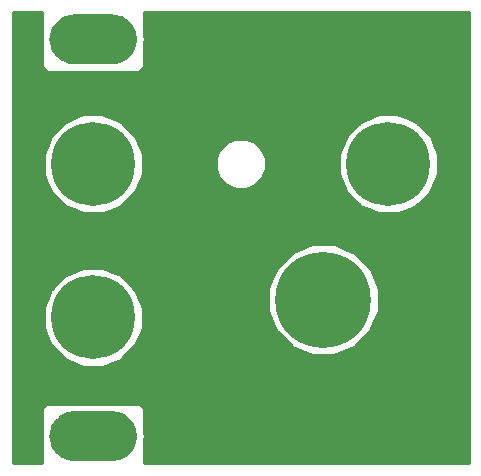
<source format=gbr>
G04 #@! TF.GenerationSoftware,KiCad,Pcbnew,(5.0.0)*
G04 #@! TF.CreationDate,2018-08-18T23:34:16+02:00*
G04 #@! TF.ProjectId,1u_lpg_panel,31755F6C70675F70616E656C2E6B6963,rev?*
G04 #@! TF.SameCoordinates,Original*
G04 #@! TF.FileFunction,Copper,L2,Bot,Signal*
G04 #@! TF.FilePolarity,Positive*
%FSLAX46Y46*%
G04 Gerber Fmt 4.6, Leading zero omitted, Abs format (unit mm)*
G04 Created by KiCad (PCBNEW (5.0.0)) date 08/18/18 23:34:16*
%MOMM*%
%LPD*%
G01*
G04 APERTURE LIST*
G04 #@! TA.AperFunction,Conductor*
%ADD10C,0.100000*%
G04 #@! TD*
G04 #@! TA.AperFunction,WasherPad*
%ADD11C,4.200000*%
G04 #@! TD*
G04 #@! TA.AperFunction,WasherPad*
%ADD12C,7.100000*%
G04 #@! TD*
G04 #@! TA.AperFunction,WasherPad*
%ADD13C,8.100000*%
G04 #@! TD*
G04 #@! TA.AperFunction,NonConductor*
%ADD14C,0.254000*%
G04 #@! TD*
G04 APERTURE END LIST*
D10*
G04 #@! TO.N,*
G04 #@! TO.C,MH2*
G36*
X9305836Y-34510111D02*
X9509690Y-34540350D01*
X9709598Y-34590424D01*
X9903635Y-34659852D01*
X10089933Y-34747964D01*
X10266697Y-34853913D01*
X10432226Y-34976677D01*
X10584924Y-35115075D01*
X10723322Y-35267773D01*
X10846086Y-35433302D01*
X10952035Y-35610066D01*
X11040147Y-35796364D01*
X11109575Y-35990401D01*
X11159649Y-36190309D01*
X11189888Y-36394163D01*
X11200000Y-36599999D01*
X11200000Y-36600001D01*
X11189888Y-36805837D01*
X11159649Y-37009691D01*
X11109575Y-37209599D01*
X11040147Y-37403636D01*
X10952035Y-37589934D01*
X10846086Y-37766698D01*
X10723322Y-37932227D01*
X10584924Y-38084925D01*
X10432226Y-38223323D01*
X10266697Y-38346087D01*
X10089933Y-38452036D01*
X9903635Y-38540148D01*
X9709598Y-38609576D01*
X9509690Y-38659650D01*
X9305836Y-38689889D01*
X9100000Y-38700001D01*
X5900000Y-38700001D01*
X5694164Y-38689889D01*
X5490310Y-38659650D01*
X5290402Y-38609576D01*
X5096365Y-38540148D01*
X4910067Y-38452036D01*
X4733303Y-38346087D01*
X4567774Y-38223323D01*
X4415076Y-38084925D01*
X4276678Y-37932227D01*
X4153914Y-37766698D01*
X4047965Y-37589934D01*
X3959853Y-37403636D01*
X3890425Y-37209599D01*
X3840351Y-37009691D01*
X3810112Y-36805837D01*
X3800000Y-36600001D01*
X3800000Y-36599999D01*
X3810112Y-36394163D01*
X3840351Y-36190309D01*
X3890425Y-35990401D01*
X3959853Y-35796364D01*
X4047965Y-35610066D01*
X4153914Y-35433302D01*
X4276678Y-35267773D01*
X4415076Y-35115075D01*
X4567774Y-34976677D01*
X4733303Y-34853913D01*
X4910067Y-34747964D01*
X5096365Y-34659852D01*
X5290402Y-34590424D01*
X5490310Y-34540350D01*
X5694164Y-34510111D01*
X5900000Y-34499999D01*
X9100000Y-34499999D01*
X9305836Y-34510111D01*
X9305836Y-34510111D01*
G37*
D11*
G04 #@! TD*
G04 #@! TO.P,MH2,*
G04 #@! TO.N,*
X7500000Y-36600000D03*
D10*
G04 #@! TO.N,*
G04 #@! TO.C,MH1*
G36*
X9305836Y-910111D02*
X9509690Y-940350D01*
X9709598Y-990424D01*
X9903635Y-1059852D01*
X10089933Y-1147964D01*
X10266697Y-1253913D01*
X10432226Y-1376677D01*
X10584924Y-1515075D01*
X10723322Y-1667773D01*
X10846086Y-1833302D01*
X10952035Y-2010066D01*
X11040147Y-2196364D01*
X11109575Y-2390401D01*
X11159649Y-2590309D01*
X11189888Y-2794163D01*
X11200000Y-2999999D01*
X11200000Y-3000001D01*
X11189888Y-3205837D01*
X11159649Y-3409691D01*
X11109575Y-3609599D01*
X11040147Y-3803636D01*
X10952035Y-3989934D01*
X10846086Y-4166698D01*
X10723322Y-4332227D01*
X10584924Y-4484925D01*
X10432226Y-4623323D01*
X10266697Y-4746087D01*
X10089933Y-4852036D01*
X9903635Y-4940148D01*
X9709598Y-5009576D01*
X9509690Y-5059650D01*
X9305836Y-5089889D01*
X9100000Y-5100001D01*
X5900000Y-5100001D01*
X5694164Y-5089889D01*
X5490310Y-5059650D01*
X5290402Y-5009576D01*
X5096365Y-4940148D01*
X4910067Y-4852036D01*
X4733303Y-4746087D01*
X4567774Y-4623323D01*
X4415076Y-4484925D01*
X4276678Y-4332227D01*
X4153914Y-4166698D01*
X4047965Y-3989934D01*
X3959853Y-3803636D01*
X3890425Y-3609599D01*
X3840351Y-3409691D01*
X3810112Y-3205837D01*
X3800000Y-3000001D01*
X3800000Y-2999999D01*
X3810112Y-2794163D01*
X3840351Y-2590309D01*
X3890425Y-2390401D01*
X3959853Y-2196364D01*
X4047965Y-2010066D01*
X4153914Y-1833302D01*
X4276678Y-1667773D01*
X4415076Y-1515075D01*
X4567774Y-1376677D01*
X4733303Y-1253913D01*
X4910067Y-1147964D01*
X5096365Y-1059852D01*
X5290402Y-990424D01*
X5490310Y-940350D01*
X5694164Y-910111D01*
X5900000Y-899999D01*
X9100000Y-899999D01*
X9305836Y-910111D01*
X9305836Y-910111D01*
G37*
D11*
G04 #@! TD*
G04 #@! TO.P,MH1,*
G04 #@! TO.N,*
X7500000Y-3000000D03*
D12*
G04 #@! TO.P,MH3,*
G04 #@! TO.N,*
X7500000Y-13550000D03*
G04 #@! TD*
G04 #@! TO.P,MH4,*
G04 #@! TO.N,*
X7500000Y-26550000D03*
G04 #@! TD*
G04 #@! TO.P,MH5,*
G04 #@! TO.N,*
X32500000Y-13550000D03*
G04 #@! TD*
D13*
G04 #@! TO.P,MH6,*
G04 #@! TO.N,*
X27000000Y-25050000D03*
G04 #@! TD*
D14*
G36*
X3165000Y-773690D02*
X3165000Y-2714250D01*
X3202033Y-2751283D01*
X3152560Y-2999999D01*
X3152560Y-3000001D01*
X3202033Y-3248717D01*
X3165000Y-3285750D01*
X3165000Y-5226310D01*
X3261673Y-5459699D01*
X3440302Y-5638327D01*
X3673691Y-5735000D01*
X5837455Y-5735000D01*
X5900000Y-5747441D01*
X9100000Y-5747441D01*
X9162545Y-5735000D01*
X11326309Y-5735000D01*
X11559698Y-5638327D01*
X11738327Y-5459699D01*
X11835000Y-5226310D01*
X11835000Y-3285750D01*
X11797967Y-3248717D01*
X11847440Y-3000001D01*
X11847440Y-2999999D01*
X11797967Y-2751283D01*
X11835000Y-2714250D01*
X11835000Y-773690D01*
X11808619Y-710000D01*
X39290000Y-710000D01*
X39290001Y-38890000D01*
X11808619Y-38890000D01*
X11835000Y-38826310D01*
X11835000Y-36885750D01*
X11797967Y-36848717D01*
X11847440Y-36600001D01*
X11847440Y-36599999D01*
X11797967Y-36351283D01*
X11835000Y-36314250D01*
X11835000Y-34373690D01*
X11738327Y-34140301D01*
X11559698Y-33961673D01*
X11326309Y-33865000D01*
X9162545Y-33865000D01*
X9100000Y-33852559D01*
X5900000Y-33852559D01*
X5837455Y-33865000D01*
X3673691Y-33865000D01*
X3440302Y-33961673D01*
X3261673Y-34140301D01*
X3165000Y-34373690D01*
X3165000Y-36314250D01*
X3202033Y-36351283D01*
X3152560Y-36599999D01*
X3152560Y-36600001D01*
X3202033Y-36848717D01*
X3165000Y-36885750D01*
X3165000Y-38826310D01*
X3191381Y-38890000D01*
X710000Y-38890000D01*
X710000Y-27342645D01*
X3307279Y-27342645D01*
X3315000Y-27361798D01*
X3315000Y-27382448D01*
X3625959Y-28133171D01*
X3929763Y-28886793D01*
X3951750Y-28919698D01*
X3952128Y-28920612D01*
X3952827Y-28921311D01*
X3974814Y-28954217D01*
X4022313Y-28990797D01*
X5059203Y-30027687D01*
X5095783Y-30075186D01*
X5114785Y-30083269D01*
X5129388Y-30097872D01*
X5880103Y-30408828D01*
X6627823Y-30726901D01*
X6648473Y-30727097D01*
X6667552Y-30735000D01*
X7480123Y-30735000D01*
X8292645Y-30742721D01*
X8311798Y-30735000D01*
X8332448Y-30735000D01*
X9083171Y-30424041D01*
X9836793Y-30120237D01*
X9869698Y-30098250D01*
X9870612Y-30097872D01*
X9871311Y-30097173D01*
X9904217Y-30075186D01*
X9940797Y-30027687D01*
X10977687Y-28990797D01*
X11025186Y-28954217D01*
X11033269Y-28935215D01*
X11047872Y-28920612D01*
X11358828Y-28169897D01*
X11676901Y-27422177D01*
X11677097Y-27401527D01*
X11685000Y-27382448D01*
X11685000Y-26569877D01*
X11691152Y-25922426D01*
X22303561Y-25922426D01*
X22315000Y-25951064D01*
X22315000Y-25981905D01*
X22660287Y-26815501D01*
X22994919Y-27653266D01*
X23027492Y-27702015D01*
X23028248Y-27703840D01*
X23029645Y-27705237D01*
X23062218Y-27753986D01*
X23145526Y-27821118D01*
X24228882Y-28904474D01*
X24296014Y-28987782D01*
X24324351Y-28999943D01*
X24346160Y-29021752D01*
X25179757Y-29367039D01*
X26008767Y-29722807D01*
X26039602Y-29723198D01*
X26068095Y-29735000D01*
X26970327Y-29735000D01*
X27872426Y-29746439D01*
X27901064Y-29735000D01*
X27931905Y-29735000D01*
X28765501Y-29389713D01*
X29603266Y-29055081D01*
X29652015Y-29022508D01*
X29653840Y-29021752D01*
X29655237Y-29020355D01*
X29703986Y-28987782D01*
X29771118Y-28904474D01*
X30854474Y-27821118D01*
X30937782Y-27753986D01*
X30949943Y-27725649D01*
X30971752Y-27703840D01*
X31317039Y-26870243D01*
X31672807Y-26041233D01*
X31673198Y-26010398D01*
X31685000Y-25981905D01*
X31685000Y-25079673D01*
X31696439Y-24177574D01*
X31685000Y-24148936D01*
X31685000Y-24118095D01*
X31339713Y-23284499D01*
X31005081Y-22446734D01*
X30972508Y-22397985D01*
X30971752Y-22396160D01*
X30970355Y-22394763D01*
X30937782Y-22346014D01*
X30854474Y-22278882D01*
X29771118Y-21195526D01*
X29703986Y-21112218D01*
X29675649Y-21100057D01*
X29653840Y-21078248D01*
X28820243Y-20732961D01*
X27991233Y-20377193D01*
X27960398Y-20376802D01*
X27931905Y-20365000D01*
X27029673Y-20365000D01*
X26127574Y-20353561D01*
X26098936Y-20365000D01*
X26068095Y-20365000D01*
X25234499Y-20710287D01*
X24396734Y-21044919D01*
X24347985Y-21077492D01*
X24346160Y-21078248D01*
X24344763Y-21079645D01*
X24296014Y-21112218D01*
X24228882Y-21195526D01*
X23145526Y-22278882D01*
X23062218Y-22346014D01*
X23050057Y-22374351D01*
X23028248Y-22396160D01*
X22682961Y-23229757D01*
X22327193Y-24058767D01*
X22326802Y-24089602D01*
X22315000Y-24118095D01*
X22315000Y-25020327D01*
X22303561Y-25922426D01*
X11691152Y-25922426D01*
X11692721Y-25757355D01*
X11685000Y-25738202D01*
X11685000Y-25717552D01*
X11374041Y-24966829D01*
X11070237Y-24213207D01*
X11048250Y-24180302D01*
X11047872Y-24179388D01*
X11047173Y-24178689D01*
X11025186Y-24145783D01*
X10977687Y-24109203D01*
X9940797Y-23072313D01*
X9904217Y-23024814D01*
X9885215Y-23016731D01*
X9870612Y-23002128D01*
X9119897Y-22691172D01*
X8372177Y-22373099D01*
X8351527Y-22372903D01*
X8332448Y-22365000D01*
X7519877Y-22365000D01*
X6707355Y-22357279D01*
X6688202Y-22365000D01*
X6667552Y-22365000D01*
X5916829Y-22675959D01*
X5163207Y-22979763D01*
X5130302Y-23001750D01*
X5129388Y-23002128D01*
X5128689Y-23002827D01*
X5095783Y-23024814D01*
X5059203Y-23072313D01*
X4022313Y-24109203D01*
X3974814Y-24145783D01*
X3966731Y-24164785D01*
X3952128Y-24179388D01*
X3641172Y-24930103D01*
X3323099Y-25677823D01*
X3322903Y-25698473D01*
X3315000Y-25717552D01*
X3315000Y-26530123D01*
X3307279Y-27342645D01*
X710000Y-27342645D01*
X710000Y-14342645D01*
X3307279Y-14342645D01*
X3315000Y-14361798D01*
X3315000Y-14382448D01*
X3625959Y-15133171D01*
X3929763Y-15886793D01*
X3951750Y-15919698D01*
X3952128Y-15920612D01*
X3952827Y-15921311D01*
X3974814Y-15954217D01*
X4022313Y-15990797D01*
X5059203Y-17027687D01*
X5095783Y-17075186D01*
X5114785Y-17083269D01*
X5129388Y-17097872D01*
X5880103Y-17408828D01*
X6627823Y-17726901D01*
X6648473Y-17727097D01*
X6667552Y-17735000D01*
X7480123Y-17735000D01*
X8292645Y-17742721D01*
X8311798Y-17735000D01*
X8332448Y-17735000D01*
X9083171Y-17424041D01*
X9836793Y-17120237D01*
X9869698Y-17098250D01*
X9870612Y-17097872D01*
X9871311Y-17097173D01*
X9904217Y-17075186D01*
X9940797Y-17027687D01*
X10977687Y-15990797D01*
X11025186Y-15954217D01*
X11033269Y-15935215D01*
X11047872Y-15920612D01*
X11358828Y-15169897D01*
X11676901Y-14422177D01*
X11677097Y-14401527D01*
X11685000Y-14382448D01*
X11685000Y-13569877D01*
X11688836Y-13166187D01*
X17857277Y-13166187D01*
X17865000Y-13570376D01*
X17865000Y-13974678D01*
X17873099Y-13994230D01*
X17873503Y-14015387D01*
X18167261Y-14724582D01*
X18177811Y-14729870D01*
X18190034Y-14759380D01*
X18790620Y-15359966D01*
X18820130Y-15372189D01*
X18825418Y-15382739D01*
X19201788Y-15530277D01*
X19575322Y-15685000D01*
X19596486Y-15685000D01*
X19616187Y-15692723D01*
X20020376Y-15685000D01*
X20424678Y-15685000D01*
X20444230Y-15676901D01*
X20465387Y-15676497D01*
X21174582Y-15382739D01*
X21179870Y-15372189D01*
X21209380Y-15359966D01*
X21809966Y-14759380D01*
X21822189Y-14729870D01*
X21832739Y-14724582D01*
X21980277Y-14348212D01*
X21982582Y-14342645D01*
X28307279Y-14342645D01*
X28315000Y-14361798D01*
X28315000Y-14382448D01*
X28625959Y-15133171D01*
X28929763Y-15886793D01*
X28951750Y-15919698D01*
X28952128Y-15920612D01*
X28952827Y-15921311D01*
X28974814Y-15954217D01*
X29022313Y-15990797D01*
X30059203Y-17027687D01*
X30095783Y-17075186D01*
X30114785Y-17083269D01*
X30129388Y-17097872D01*
X30880103Y-17408828D01*
X31627823Y-17726901D01*
X31648473Y-17727097D01*
X31667552Y-17735000D01*
X32480123Y-17735000D01*
X33292645Y-17742721D01*
X33311798Y-17735000D01*
X33332448Y-17735000D01*
X34083171Y-17424041D01*
X34836793Y-17120237D01*
X34869698Y-17098250D01*
X34870612Y-17097872D01*
X34871311Y-17097173D01*
X34904217Y-17075186D01*
X34940797Y-17027687D01*
X35977687Y-15990797D01*
X36025186Y-15954217D01*
X36033269Y-15935215D01*
X36047872Y-15920612D01*
X36358828Y-15169897D01*
X36676901Y-14422177D01*
X36677097Y-14401527D01*
X36685000Y-14382448D01*
X36685000Y-13569877D01*
X36692721Y-12757355D01*
X36685000Y-12738202D01*
X36685000Y-12717552D01*
X36374041Y-11966829D01*
X36070237Y-11213207D01*
X36048250Y-11180302D01*
X36047872Y-11179388D01*
X36047173Y-11178689D01*
X36025186Y-11145783D01*
X35977687Y-11109203D01*
X34940797Y-10072313D01*
X34904217Y-10024814D01*
X34885215Y-10016731D01*
X34870612Y-10002128D01*
X34119897Y-9691172D01*
X33372177Y-9373099D01*
X33351527Y-9372903D01*
X33332448Y-9365000D01*
X32519877Y-9365000D01*
X31707355Y-9357279D01*
X31688202Y-9365000D01*
X31667552Y-9365000D01*
X30916829Y-9675959D01*
X30163207Y-9979763D01*
X30130302Y-10001750D01*
X30129388Y-10002128D01*
X30128689Y-10002827D01*
X30095783Y-10024814D01*
X30059203Y-10072313D01*
X29022313Y-11109203D01*
X28974814Y-11145783D01*
X28966731Y-11164785D01*
X28952128Y-11179388D01*
X28641172Y-11930103D01*
X28323099Y-12677823D01*
X28322903Y-12698473D01*
X28315000Y-12717552D01*
X28315000Y-13530123D01*
X28307279Y-14342645D01*
X21982582Y-14342645D01*
X22135000Y-13974678D01*
X22135000Y-13953514D01*
X22142723Y-13933813D01*
X22135000Y-13529624D01*
X22135000Y-13125322D01*
X22126901Y-13105770D01*
X22126497Y-13084613D01*
X21832739Y-12375418D01*
X21822189Y-12370130D01*
X21809966Y-12340620D01*
X21209380Y-11740034D01*
X21179870Y-11727811D01*
X21174582Y-11717261D01*
X20798212Y-11569723D01*
X20424678Y-11415000D01*
X20403514Y-11415000D01*
X20383813Y-11407277D01*
X19979624Y-11415000D01*
X19575322Y-11415000D01*
X19555770Y-11423099D01*
X19534613Y-11423503D01*
X18825418Y-11717261D01*
X18820130Y-11727811D01*
X18790620Y-11740034D01*
X18190034Y-12340620D01*
X18177811Y-12370130D01*
X18167261Y-12375418D01*
X18019723Y-12751788D01*
X17865000Y-13125322D01*
X17865000Y-13146486D01*
X17857277Y-13166187D01*
X11688836Y-13166187D01*
X11692721Y-12757355D01*
X11685000Y-12738202D01*
X11685000Y-12717552D01*
X11374041Y-11966829D01*
X11070237Y-11213207D01*
X11048250Y-11180302D01*
X11047872Y-11179388D01*
X11047173Y-11178689D01*
X11025186Y-11145783D01*
X10977687Y-11109203D01*
X9940797Y-10072313D01*
X9904217Y-10024814D01*
X9885215Y-10016731D01*
X9870612Y-10002128D01*
X9119897Y-9691172D01*
X8372177Y-9373099D01*
X8351527Y-9372903D01*
X8332448Y-9365000D01*
X7519877Y-9365000D01*
X6707355Y-9357279D01*
X6688202Y-9365000D01*
X6667552Y-9365000D01*
X5916829Y-9675959D01*
X5163207Y-9979763D01*
X5130302Y-10001750D01*
X5129388Y-10002128D01*
X5128689Y-10002827D01*
X5095783Y-10024814D01*
X5059203Y-10072313D01*
X4022313Y-11109203D01*
X3974814Y-11145783D01*
X3966731Y-11164785D01*
X3952128Y-11179388D01*
X3641172Y-11930103D01*
X3323099Y-12677823D01*
X3322903Y-12698473D01*
X3315000Y-12717552D01*
X3315000Y-13530123D01*
X3307279Y-14342645D01*
X710000Y-14342645D01*
X710000Y-710000D01*
X3191381Y-710000D01*
X3165000Y-773690D01*
X3165000Y-773690D01*
G37*
X3165000Y-773690D02*
X3165000Y-2714250D01*
X3202033Y-2751283D01*
X3152560Y-2999999D01*
X3152560Y-3000001D01*
X3202033Y-3248717D01*
X3165000Y-3285750D01*
X3165000Y-5226310D01*
X3261673Y-5459699D01*
X3440302Y-5638327D01*
X3673691Y-5735000D01*
X5837455Y-5735000D01*
X5900000Y-5747441D01*
X9100000Y-5747441D01*
X9162545Y-5735000D01*
X11326309Y-5735000D01*
X11559698Y-5638327D01*
X11738327Y-5459699D01*
X11835000Y-5226310D01*
X11835000Y-3285750D01*
X11797967Y-3248717D01*
X11847440Y-3000001D01*
X11847440Y-2999999D01*
X11797967Y-2751283D01*
X11835000Y-2714250D01*
X11835000Y-773690D01*
X11808619Y-710000D01*
X39290000Y-710000D01*
X39290001Y-38890000D01*
X11808619Y-38890000D01*
X11835000Y-38826310D01*
X11835000Y-36885750D01*
X11797967Y-36848717D01*
X11847440Y-36600001D01*
X11847440Y-36599999D01*
X11797967Y-36351283D01*
X11835000Y-36314250D01*
X11835000Y-34373690D01*
X11738327Y-34140301D01*
X11559698Y-33961673D01*
X11326309Y-33865000D01*
X9162545Y-33865000D01*
X9100000Y-33852559D01*
X5900000Y-33852559D01*
X5837455Y-33865000D01*
X3673691Y-33865000D01*
X3440302Y-33961673D01*
X3261673Y-34140301D01*
X3165000Y-34373690D01*
X3165000Y-36314250D01*
X3202033Y-36351283D01*
X3152560Y-36599999D01*
X3152560Y-36600001D01*
X3202033Y-36848717D01*
X3165000Y-36885750D01*
X3165000Y-38826310D01*
X3191381Y-38890000D01*
X710000Y-38890000D01*
X710000Y-27342645D01*
X3307279Y-27342645D01*
X3315000Y-27361798D01*
X3315000Y-27382448D01*
X3625959Y-28133171D01*
X3929763Y-28886793D01*
X3951750Y-28919698D01*
X3952128Y-28920612D01*
X3952827Y-28921311D01*
X3974814Y-28954217D01*
X4022313Y-28990797D01*
X5059203Y-30027687D01*
X5095783Y-30075186D01*
X5114785Y-30083269D01*
X5129388Y-30097872D01*
X5880103Y-30408828D01*
X6627823Y-30726901D01*
X6648473Y-30727097D01*
X6667552Y-30735000D01*
X7480123Y-30735000D01*
X8292645Y-30742721D01*
X8311798Y-30735000D01*
X8332448Y-30735000D01*
X9083171Y-30424041D01*
X9836793Y-30120237D01*
X9869698Y-30098250D01*
X9870612Y-30097872D01*
X9871311Y-30097173D01*
X9904217Y-30075186D01*
X9940797Y-30027687D01*
X10977687Y-28990797D01*
X11025186Y-28954217D01*
X11033269Y-28935215D01*
X11047872Y-28920612D01*
X11358828Y-28169897D01*
X11676901Y-27422177D01*
X11677097Y-27401527D01*
X11685000Y-27382448D01*
X11685000Y-26569877D01*
X11691152Y-25922426D01*
X22303561Y-25922426D01*
X22315000Y-25951064D01*
X22315000Y-25981905D01*
X22660287Y-26815501D01*
X22994919Y-27653266D01*
X23027492Y-27702015D01*
X23028248Y-27703840D01*
X23029645Y-27705237D01*
X23062218Y-27753986D01*
X23145526Y-27821118D01*
X24228882Y-28904474D01*
X24296014Y-28987782D01*
X24324351Y-28999943D01*
X24346160Y-29021752D01*
X25179757Y-29367039D01*
X26008767Y-29722807D01*
X26039602Y-29723198D01*
X26068095Y-29735000D01*
X26970327Y-29735000D01*
X27872426Y-29746439D01*
X27901064Y-29735000D01*
X27931905Y-29735000D01*
X28765501Y-29389713D01*
X29603266Y-29055081D01*
X29652015Y-29022508D01*
X29653840Y-29021752D01*
X29655237Y-29020355D01*
X29703986Y-28987782D01*
X29771118Y-28904474D01*
X30854474Y-27821118D01*
X30937782Y-27753986D01*
X30949943Y-27725649D01*
X30971752Y-27703840D01*
X31317039Y-26870243D01*
X31672807Y-26041233D01*
X31673198Y-26010398D01*
X31685000Y-25981905D01*
X31685000Y-25079673D01*
X31696439Y-24177574D01*
X31685000Y-24148936D01*
X31685000Y-24118095D01*
X31339713Y-23284499D01*
X31005081Y-22446734D01*
X30972508Y-22397985D01*
X30971752Y-22396160D01*
X30970355Y-22394763D01*
X30937782Y-22346014D01*
X30854474Y-22278882D01*
X29771118Y-21195526D01*
X29703986Y-21112218D01*
X29675649Y-21100057D01*
X29653840Y-21078248D01*
X28820243Y-20732961D01*
X27991233Y-20377193D01*
X27960398Y-20376802D01*
X27931905Y-20365000D01*
X27029673Y-20365000D01*
X26127574Y-20353561D01*
X26098936Y-20365000D01*
X26068095Y-20365000D01*
X25234499Y-20710287D01*
X24396734Y-21044919D01*
X24347985Y-21077492D01*
X24346160Y-21078248D01*
X24344763Y-21079645D01*
X24296014Y-21112218D01*
X24228882Y-21195526D01*
X23145526Y-22278882D01*
X23062218Y-22346014D01*
X23050057Y-22374351D01*
X23028248Y-22396160D01*
X22682961Y-23229757D01*
X22327193Y-24058767D01*
X22326802Y-24089602D01*
X22315000Y-24118095D01*
X22315000Y-25020327D01*
X22303561Y-25922426D01*
X11691152Y-25922426D01*
X11692721Y-25757355D01*
X11685000Y-25738202D01*
X11685000Y-25717552D01*
X11374041Y-24966829D01*
X11070237Y-24213207D01*
X11048250Y-24180302D01*
X11047872Y-24179388D01*
X11047173Y-24178689D01*
X11025186Y-24145783D01*
X10977687Y-24109203D01*
X9940797Y-23072313D01*
X9904217Y-23024814D01*
X9885215Y-23016731D01*
X9870612Y-23002128D01*
X9119897Y-22691172D01*
X8372177Y-22373099D01*
X8351527Y-22372903D01*
X8332448Y-22365000D01*
X7519877Y-22365000D01*
X6707355Y-22357279D01*
X6688202Y-22365000D01*
X6667552Y-22365000D01*
X5916829Y-22675959D01*
X5163207Y-22979763D01*
X5130302Y-23001750D01*
X5129388Y-23002128D01*
X5128689Y-23002827D01*
X5095783Y-23024814D01*
X5059203Y-23072313D01*
X4022313Y-24109203D01*
X3974814Y-24145783D01*
X3966731Y-24164785D01*
X3952128Y-24179388D01*
X3641172Y-24930103D01*
X3323099Y-25677823D01*
X3322903Y-25698473D01*
X3315000Y-25717552D01*
X3315000Y-26530123D01*
X3307279Y-27342645D01*
X710000Y-27342645D01*
X710000Y-14342645D01*
X3307279Y-14342645D01*
X3315000Y-14361798D01*
X3315000Y-14382448D01*
X3625959Y-15133171D01*
X3929763Y-15886793D01*
X3951750Y-15919698D01*
X3952128Y-15920612D01*
X3952827Y-15921311D01*
X3974814Y-15954217D01*
X4022313Y-15990797D01*
X5059203Y-17027687D01*
X5095783Y-17075186D01*
X5114785Y-17083269D01*
X5129388Y-17097872D01*
X5880103Y-17408828D01*
X6627823Y-17726901D01*
X6648473Y-17727097D01*
X6667552Y-17735000D01*
X7480123Y-17735000D01*
X8292645Y-17742721D01*
X8311798Y-17735000D01*
X8332448Y-17735000D01*
X9083171Y-17424041D01*
X9836793Y-17120237D01*
X9869698Y-17098250D01*
X9870612Y-17097872D01*
X9871311Y-17097173D01*
X9904217Y-17075186D01*
X9940797Y-17027687D01*
X10977687Y-15990797D01*
X11025186Y-15954217D01*
X11033269Y-15935215D01*
X11047872Y-15920612D01*
X11358828Y-15169897D01*
X11676901Y-14422177D01*
X11677097Y-14401527D01*
X11685000Y-14382448D01*
X11685000Y-13569877D01*
X11688836Y-13166187D01*
X17857277Y-13166187D01*
X17865000Y-13570376D01*
X17865000Y-13974678D01*
X17873099Y-13994230D01*
X17873503Y-14015387D01*
X18167261Y-14724582D01*
X18177811Y-14729870D01*
X18190034Y-14759380D01*
X18790620Y-15359966D01*
X18820130Y-15372189D01*
X18825418Y-15382739D01*
X19201788Y-15530277D01*
X19575322Y-15685000D01*
X19596486Y-15685000D01*
X19616187Y-15692723D01*
X20020376Y-15685000D01*
X20424678Y-15685000D01*
X20444230Y-15676901D01*
X20465387Y-15676497D01*
X21174582Y-15382739D01*
X21179870Y-15372189D01*
X21209380Y-15359966D01*
X21809966Y-14759380D01*
X21822189Y-14729870D01*
X21832739Y-14724582D01*
X21980277Y-14348212D01*
X21982582Y-14342645D01*
X28307279Y-14342645D01*
X28315000Y-14361798D01*
X28315000Y-14382448D01*
X28625959Y-15133171D01*
X28929763Y-15886793D01*
X28951750Y-15919698D01*
X28952128Y-15920612D01*
X28952827Y-15921311D01*
X28974814Y-15954217D01*
X29022313Y-15990797D01*
X30059203Y-17027687D01*
X30095783Y-17075186D01*
X30114785Y-17083269D01*
X30129388Y-17097872D01*
X30880103Y-17408828D01*
X31627823Y-17726901D01*
X31648473Y-17727097D01*
X31667552Y-17735000D01*
X32480123Y-17735000D01*
X33292645Y-17742721D01*
X33311798Y-17735000D01*
X33332448Y-17735000D01*
X34083171Y-17424041D01*
X34836793Y-17120237D01*
X34869698Y-17098250D01*
X34870612Y-17097872D01*
X34871311Y-17097173D01*
X34904217Y-17075186D01*
X34940797Y-17027687D01*
X35977687Y-15990797D01*
X36025186Y-15954217D01*
X36033269Y-15935215D01*
X36047872Y-15920612D01*
X36358828Y-15169897D01*
X36676901Y-14422177D01*
X36677097Y-14401527D01*
X36685000Y-14382448D01*
X36685000Y-13569877D01*
X36692721Y-12757355D01*
X36685000Y-12738202D01*
X36685000Y-12717552D01*
X36374041Y-11966829D01*
X36070237Y-11213207D01*
X36048250Y-11180302D01*
X36047872Y-11179388D01*
X36047173Y-11178689D01*
X36025186Y-11145783D01*
X35977687Y-11109203D01*
X34940797Y-10072313D01*
X34904217Y-10024814D01*
X34885215Y-10016731D01*
X34870612Y-10002128D01*
X34119897Y-9691172D01*
X33372177Y-9373099D01*
X33351527Y-9372903D01*
X33332448Y-9365000D01*
X32519877Y-9365000D01*
X31707355Y-9357279D01*
X31688202Y-9365000D01*
X31667552Y-9365000D01*
X30916829Y-9675959D01*
X30163207Y-9979763D01*
X30130302Y-10001750D01*
X30129388Y-10002128D01*
X30128689Y-10002827D01*
X30095783Y-10024814D01*
X30059203Y-10072313D01*
X29022313Y-11109203D01*
X28974814Y-11145783D01*
X28966731Y-11164785D01*
X28952128Y-11179388D01*
X28641172Y-11930103D01*
X28323099Y-12677823D01*
X28322903Y-12698473D01*
X28315000Y-12717552D01*
X28315000Y-13530123D01*
X28307279Y-14342645D01*
X21982582Y-14342645D01*
X22135000Y-13974678D01*
X22135000Y-13953514D01*
X22142723Y-13933813D01*
X22135000Y-13529624D01*
X22135000Y-13125322D01*
X22126901Y-13105770D01*
X22126497Y-13084613D01*
X21832739Y-12375418D01*
X21822189Y-12370130D01*
X21809966Y-12340620D01*
X21209380Y-11740034D01*
X21179870Y-11727811D01*
X21174582Y-11717261D01*
X20798212Y-11569723D01*
X20424678Y-11415000D01*
X20403514Y-11415000D01*
X20383813Y-11407277D01*
X19979624Y-11415000D01*
X19575322Y-11415000D01*
X19555770Y-11423099D01*
X19534613Y-11423503D01*
X18825418Y-11717261D01*
X18820130Y-11727811D01*
X18790620Y-11740034D01*
X18190034Y-12340620D01*
X18177811Y-12370130D01*
X18167261Y-12375418D01*
X18019723Y-12751788D01*
X17865000Y-13125322D01*
X17865000Y-13146486D01*
X17857277Y-13166187D01*
X11688836Y-13166187D01*
X11692721Y-12757355D01*
X11685000Y-12738202D01*
X11685000Y-12717552D01*
X11374041Y-11966829D01*
X11070237Y-11213207D01*
X11048250Y-11180302D01*
X11047872Y-11179388D01*
X11047173Y-11178689D01*
X11025186Y-11145783D01*
X10977687Y-11109203D01*
X9940797Y-10072313D01*
X9904217Y-10024814D01*
X9885215Y-10016731D01*
X9870612Y-10002128D01*
X9119897Y-9691172D01*
X8372177Y-9373099D01*
X8351527Y-9372903D01*
X8332448Y-9365000D01*
X7519877Y-9365000D01*
X6707355Y-9357279D01*
X6688202Y-9365000D01*
X6667552Y-9365000D01*
X5916829Y-9675959D01*
X5163207Y-9979763D01*
X5130302Y-10001750D01*
X5129388Y-10002128D01*
X5128689Y-10002827D01*
X5095783Y-10024814D01*
X5059203Y-10072313D01*
X4022313Y-11109203D01*
X3974814Y-11145783D01*
X3966731Y-11164785D01*
X3952128Y-11179388D01*
X3641172Y-11930103D01*
X3323099Y-12677823D01*
X3322903Y-12698473D01*
X3315000Y-12717552D01*
X3315000Y-13530123D01*
X3307279Y-14342645D01*
X710000Y-14342645D01*
X710000Y-710000D01*
X3191381Y-710000D01*
X3165000Y-773690D01*
M02*

</source>
